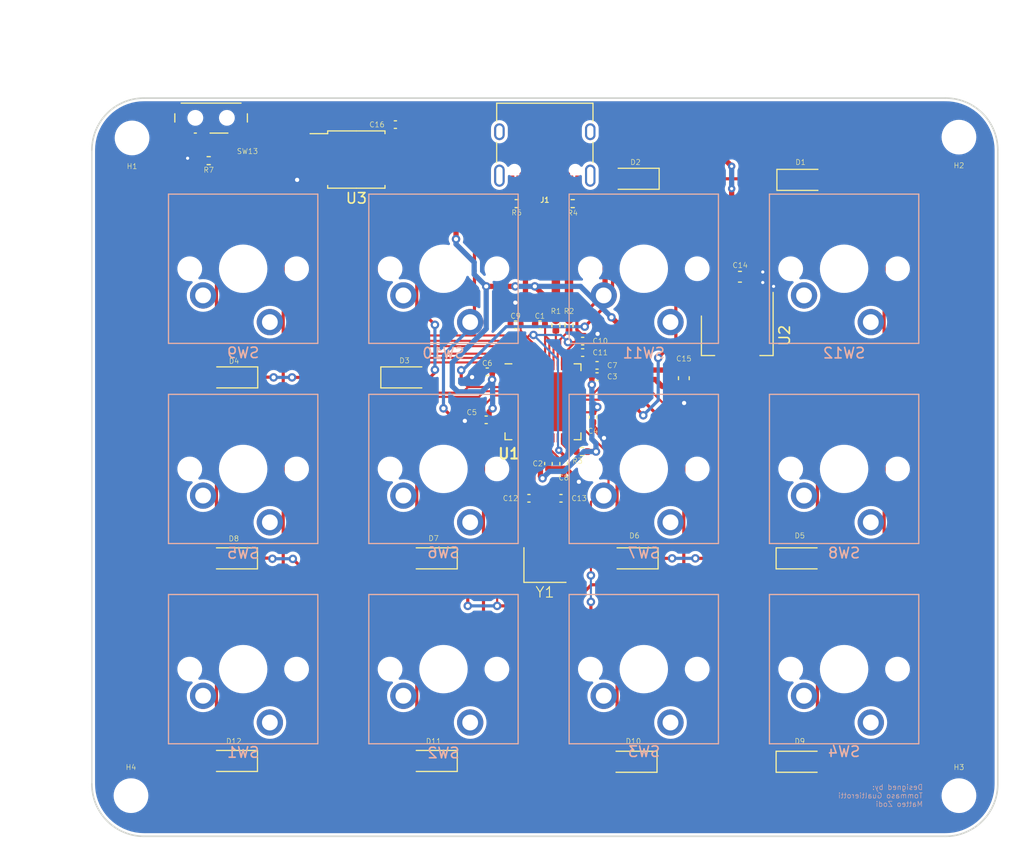
<source format=kicad_pcb>
(kicad_pcb (version 20211014) (generator pcbnew)
  (layers (0 "F.Cu" signal) (31 "B.Cu" power) (34 "B.Paste" user) (35 "F.Paste" user) (36 "B.SilkS" user "B.Silkscreen") (37 "F.SilkS" user "F.Silkscreen") (38 "B.Mask" user) (39 "F.Mask" user) (44 "Edge.Cuts" user))
  (net 0 "")
  (net 1 "+3V3")
  (net 2 "GND")
  (net 3 "+1V1")
  (net 4 "/XIN")
  (net 5 "/XOUT")
  (net 6 "VBUS")
  (net 7 "/ROW_0")
  (net 8 "Net-(D1-Pad2)")
  (net 9 "Net-(D2-Pad2)")
  (net 10 "Net-(D3-Pad2)")
  (net 11 "/ROW_1")
  (net 12 "Net-(D5-Pad2)")
  (net 13 "Net-(D6-Pad2)")
  (net 14 "/ROW_2")
  (net 15 "Net-(D7-Pad2)")
  (net 16 "Net-(D9-Pad2)")
  (net 17 "Net-(J1-PadA5)")
  (net 18 "/USB_D+")
  (net 19 "/USB_D-")
  (net 21 "Net-(J1-PadB5)")
  (net 24 "Net-(R1-Pad1)")
  (net 25 "Net-(R2-Pad1)")
  (net 26 "Net-(R3-Pad2)")
  (net 27 "/~{USB_BOOT}")
  (net 28 "/QSPI_SS")
  (net 29 "/COL_0")
  (net 30 "/COL_1")
  (net 31 "/COL_2")
  (net 55 "/QSPI_SD3")
  (net 56 "/QSPI_SCLK")
  (net 57 "/QSPI_SD0")
  (net 58 "/QSPI_SD2")
  (net 59 "/QSPI_SD1")
  (net 60 "Net-(D4-Pad2)")
  (net 61 "Net-(D8-Pad2)")
  (net 62 "Net-(D10-Pad2)")
  (net 63 "Net-(D11-Pad2)")
  (net 64 "Net-(D12-Pad2)")
  (net 65 "/COL_3")
  (footprint "Resistor_SMD:R_0402_1005Metric" (layer "F.Cu") (at 89.174 65.073 90)
    (fp_text reference "R1")
    (fp_text value "27.4")
  )
  (footprint "Diode_SMD:D_SOD-123" (layer "F.Cu") (at 96.7486 51.1302 180)
    (fp_text reference "D2")
    (fp_text value "D")
  )
  (footprint "Capacitor_SMD:C_0402_1005Metric" (layer "F.Cu") (at 86.614 81.534 180)
    (fp_text reference "C12")
    (fp_text value "10p")
  )
  (footprint "Button_Switch_SMD:SW_SPDT_PCM12" (layer "F.Cu") (at 56.388 45.6616 180)
    (fp_text reference "SW13")
    (fp_text value "SW_SPDT")
  )
  (footprint "Capacitor_SMD:C_0402_1005Metric" (layer "F.Cu") (at 87.658 65.024 180)
    (fp_text reference "C1")
    (fp_text value "100n")
  )
  (footprint "Capacitor_SMD:C_0402_1005Metric" (layer "F.Cu") (at 82.55 74.0664 180)
    (fp_text reference "C5")
    (fp_text value "100n")
  )
  (footprint "MountingHole:MountingHole_2.7mm_M2.5" (layer "F.Cu") (at 127.508 109.8296)
    (fp_text reference "H3")
    (fp_text value "MountingHole")
  )
  (footprint "Capacitor_SMD:C_0402_1005Metric" (layer "F.Cu") (at 89.916 78.232 90)
    (fp_text reference "C8")
    (fp_text value "100n")
  )
  (footprint "MountingHole:MountingHole_2.7mm_M2.5" (layer "F.Cu") (at 127.508 47.1678)
    (fp_text reference "H2")
    (fp_text value "MountingHole")
  )
  (footprint "Capacitor_SMD:C_0603_1608Metric" (layer "F.Cu") (at 106.68 60.452)
    (fp_text reference "C14")
    (fp_text value "10u")
  )
  (footprint "Package_TO_SOT_SMD:SOT-223-3_TabPin2" (layer "F.Cu") (at 106.426 66.04 -90)
    (fp_text reference "U2")
    (fp_text value "NCP1117-3.3_SOT223")
  )
  (footprint "Diode_SMD:D_SOD-123" (layer "F.Cu") (at 112.3696 87.249)
    (fp_text reference "D5")
    (fp_text value "D")
  )
  (footprint "Diode_SMD:D_SOD-123" (layer "F.Cu") (at 96.647 87.249 180)
    (fp_text reference "D6")
    (fp_text value "D")
  )
  (footprint "Diode_SMD:D_SOD-123" (layer "F.Cu") (at 58.547 87.249 180)
    (fp_text reference "D8")
    (fp_text value "D")
  )
  (footprint "Resistor_SMD:R_0402_1005Metric" (layer "F.Cu") (at 90.424 65.073 90)
    (fp_text reference "R2")
    (fp_text value "27.4")
  )
  (footprint "MountingHole:MountingHole_2.7mm_M2.5" (layer "F.Cu") (at 48.768 109.8296)
    (fp_text reference "H4")
    (fp_text value "MountingHole")
  )
  (footprint "Capacitor_SMD:C_0402_1005Metric" (layer "F.Cu") (at 91.722 66.576)
    (fp_text reference "C10")
    (fp_text value "1u")
  )
  (footprint "Diode_SMD:D_SOD-123" (layer "F.Cu") (at 112.4458 51.2318)
    (fp_text reference "D1")
    (fp_text value "D")
  )
  (footprint "Resistor_SMD:R_0402_1005Metric" (layer "F.Cu") (at 56.1594 49.403)
    (fp_text reference "R7")
    (fp_text value "1k")
  )
  (footprint "Resistor_SMD:R_0402_1005Metric" (layer "F.Cu") (at 90.7796 53.4924)
    (fp_text reference "R4")
    (fp_text value "5k1")
  )
  (footprint "Connector_USB:USB_C_Receptacle_XKB_U262-16XN-4BVC11" (layer "F.Cu") (at 88.1251 47.7266 180)
    (fp_text reference "J1")
    (fp_text value "USB_C_Receptacle_USB2.0")
  )
  (footprint "Capacitor_SMD:C_0402_1005Metric" (layer "F.Cu") (at 92.71 73.8124 -90)
    (fp_text reference "C4")
    (fp_text value "100n")
  )
  (footprint "Capacitor_SMD:C_0402_1005Metric" (layer "F.Cu") (at 73.914 45.974)
    (fp_text reference "C16")
    (fp_text value "100n")
  )
  (footprint "Capacitor_SMD:C_0402_1005Metric" (layer "F.Cu") (at 91.722 67.6682)
    (fp_text reference "C11")
    (fp_text value "1u")
  )
  (footprint "Capacitor_SMD:C_0402_1005Metric" (layer "F.Cu") (at 93.091 69.9516)
    (fp_text reference "C3")
    (fp_text value "100n")
  )
  (footprint "Diode_SMD:D_SOD-123" (layer "F.Cu") (at 96.5454 106.6038 180)
    (fp_text reference "D10")
    (fp_text value "D")
  )
  (footprint "Capacitor_SMD:C_0402_1005Metric" (layer "F.Cu") (at 88.4682 78.232 -90)
    (fp_text reference "C2")
    (fp_text value "100n")
  )
  (footprint "Resistor_SMD:R_0402_1005Metric" (layer "F.Cu") (at 85.45 53.4924 180)
    (fp_text reference "R5")
    (fp_text value "5k1")
  )
  (footprint "Diode_SMD:D_SOD-123" (layer "F.Cu") (at 58.547 106.5276 180)
    (fp_text reference "D12")
    (fp_text value "D")
  )
  (footprint "Package_SO:SOIC-8_5.23x5.23mm_P1.27mm" (layer "F.Cu") (at 70.2 49.3)
    (fp_text reference "U3")
    (fp_text value "W25Q128JVS")
  )
  (footprint "Capacitor_SMD:C_0402_1005Metric" (layer "F.Cu") (at 89.662 81.534)
    (fp_text reference "C13")
    (fp_text value "10p")
  )
  (footprint "Diode_SMD:D_SOD-123" (layer "F.Cu") (at 58.5724 70.0278 180)
    (fp_text reference "D4")
    (fp_text value "D")
  )
  (footprint "Capacitor_SMD:C_0603_1608Metric" (layer "F.Cu") (at 101.346 70.104 -90)
    (fp_text reference "C15")
    (fp_text value "10u")
  )
  (footprint "Package_DFN_QFN:QFN-56-1EP_7x7mm_P0.4mm_EP5.6x5.6mm" (layer "F.Cu") (at 87.95 72.348)
    (fp_text reference "U1")
    (fp_text value "RP2040")
  )
  (footprint "Capacitor_SMD:C_0402_1005Metric" (layer "F.Cu") (at 85.344 65.024 180)
    (fp_text reference "C9")
    (fp_text value "100n")
  )
  (footprint "Resistor_SMD:R_0402_1005Metric" (layer "F.Cu") (at 91.6666 77.089 180)
    (fp_text reference "R3")
    (fp_text value "10k")
  )
  (footprint "MountingHole:MountingHole_2.7mm_M2.5" (layer "F.Cu") (at 48.8696 47.244)
    (fp_text reference "H1")
    (fp_text value "MountingHole")
  )
  (footprint "Capacitor_SMD:C_0402_1005Metric" (layer "F.Cu") (at 93.091 68.8848)
    (fp_text reference "C7")
    (fp_text value "100n")
  )
  (footprint "Diode_SMD:D_SOD-123" (layer "F.Cu") (at 112.3696 106.6038)
    (fp_text reference "D9")
    (fp_text value "D")
  )
  (footprint "Diode_SMD:D_SOD-123" (layer "F.Cu") (at 77.5462 106.5276 180)
    (fp_text reference "D11")
    (fp_text value "D")
  )
  (footprint "Capacitor_SMD:C_0402_1005Metric" (layer "F.Cu") (at 82.6516 69.4944 180)
    (fp_text reference "C6")
    (fp_text value "100n")
  )
  (footprint "Diode_SMD:D_SOD-123" (layer "F.Cu") (at 74.7776 70.0278)
    (fp_text reference "D3")
    (fp_text value "D")
  )
  (footprint "Diode_SMD:D_SOD-123" (layer "F.Cu") (at 77.5462 87.249 180)
    (fp_text reference "D7")
    (fp_text value "D")
  )
  (footprint "Crystal:Crystal_SMD_3225-4Pin_3.2x2.5mm" (layer "F.Cu") (at 88.138 87.884)
    (fp_text reference "Y1")
    (fp_text value "12MHz")
  )
  (footprint "Switch_Keyboard_Cherry_MX:SW_Cherry_MX_PCB_1.00u" (layer "B.Cu") (at 97.536 78.74)
    (fp_text reference "SW7")
    (fp_text value "KEY_7_12")
  )
  (footprint "Switch_Keyboard_Cherry_MX:SW_Cherry_MX_PCB_1.00u" (layer "B.Cu") (at 59.436 78.74)
    (fp_text reference "SW5")
    (fp_text value "KEY_5_10")
  )
  (footprint "Switch_Keyboard_Cherry_MX:SW_Cherry_MX_PCB_1.00u" (layer "B.Cu") (at 78.486 97.79)
    (fp_text reference "SW2")
    (fp_text value "KEY_2_01")
  )
  (footprint "Switch_Keyboard_Cherry_MX:SW_Cherry_MX_PCB_1.00u" (layer "B.Cu") (at 78.486 78.74)
    (fp_text reference "SW6")
    (fp_text value "KEY_6_11")
  )
  (footprint "Switch_Keyboard_Cherry_MX:SW_Cherry_MX_PCB_1.00u" (layer "B.Cu") (at 78.486 59.69)
    (fp_text reference "SW10")
    (fp_text value "KEY_10_21")
  )
  (footprint "Switch_Keyboard_Cherry_MX:SW_Cherry_MX_PCB_1.00u" (layer "B.Cu") (at 116.586 78.74)
    (fp_text reference "SW8")
    (fp_text value "KEY_8_13")
  )
  (footprint "Switch_Keyboard_Cherry_MX:SW_Cherry_MX_PCB_1.00u" (layer "B.Cu") (at 59.436 97.79)
    (fp_text reference "SW1")
    (fp_text value "KEY_1_00")
  )
  (footprint "Switch_Keyboard_Cherry_MX:SW_Cherry_MX_PCB_1.00u" (layer "B.Cu") (at 97.536 59.69)
    (fp_text reference "SW11")
    (fp_text value "KEY_11_22")
  )
  (footprint "Switch_Keyboard_Cherry_MX:SW_Cherry_MX_PCB_1.00u" (layer "B.Cu") (at 59.436 59.69)
    (fp_text reference "SW9")
    (fp_text value "KEY_9_20")
  )
  (footprint "Switch_Keyboard_Cherry_MX:SW_Cherry_MX_PCB_1.00u" (layer "B.Cu") (at 116.586 59.69)
    (fp_text reference "SW12")
    (fp_text value "KEY_12_23")
  )
  (footprint "Switch_Keyboard_Cherry_MX:SW_Cherry_MX_PCB_1.00u" (layer "B.Cu") (at 116.586 97.79)
    (fp_text reference "SW4")
    (fp_text value "KEY_4_03")
  )
  (footprint "Switch_Keyboard_Cherry_MX:SW_Cherry_MX_PCB_1.00u" (layer "B.Cu") (at 97.536 97.79)
    (fp_text reference "SW3")
    (fp_text value "KEY_3_02")
  )
  (gr_line (start 50 43.45) (end 126.2 43.45) (layer "Edge.Cuts") (width 0.15))
  (gr_arc (start 126.2 43.45) (mid 129.732472 44.882098) (end 131.199997 48.4) (layer "Edge.Cuts") (width 0.15))
  (gr_arc (start 45.05 48.4) (mid 46.499821 44.899821) (end 50 43.45) (layer "Edge.Cuts") (width 0.15))
  (gr_line (start 131.199997 48.4) (end 131.2 108.75) (layer "Edge.Cuts") (width 0.15))
  (gr_arc (start 50 113.7) (mid 46.489465 112.225179) (end 45.049998 108.7) (layer "Edge.Cuts") (width 0.15))
  (gr_arc (start 131.2 108.75) (mid 129.725178 112.260533) (end 126.2 113.7) (layer "Edge.Cuts") (width 0.15))
  (gr_line (start 45.049998 108.7) (end 45.05 48.4) (layer "Edge.Cuts") (width 0.1))
  (gr_line (start 126.2 113.7) (end 50 113.7) (layer "Edge.Cuts") (width 0.15))
  (gr_text "Designed by:\nTommaso Gualtierotti\nMatteo Zodi" (at 124.1044 109.8296) (layer "B.SilkS") (effects (font (size 0.5 0.5) (thickness 0.05)) (justify left mirror)))
  (segment (start 92.611 68.8848) (end 92.611 68.5572) (width 0.2) (layer "F.Cu") (net 1))
  (segment (start 97.0658 69.329) (end 95.7834 68.0466) (width 0.5) (layer "F.Cu") (net 1))
  (segment (start 92.596378 69.966222) (end 92.611 69.9516) (width 0.5) (layer "F.Cu") (net 1))
  (segment (start 88.55 68.9105) (end 88.55 66.452) (width 0.2) (layer "F.Cu") (net 1))
  (segment (start 88.138 62.3316) (end 88.138 65.024) (width 0.5) (layer "F.Cu") (net 1))
  (segment (start 106.426 69.19) (end 101.485 69.19) (width 0.5) (layer "F.Cu") (net 1))
  (segment (start 91.3875 69.748) (end 92.4074 69.748) (width 0.2) (layer "F.Cu") (net 1))
  (segment (start 82.8294 73.8658) (end 83.03 74.0664) (width 0.5) (layer "F.Cu") (net 1))
  (segment (start 92.6944 73.348) (end 92.71 73.3324) (width 0.2) (layer "F.Cu") (net 1))
  (segment (start 79.6798 50.1396) (end 79.6798 56.8706) (width 0.5) (layer "F.Cu") (net 1))
  (segment (start 92.4306 68.3768) (end 91.4908 68.3768) (width 0.2) (layer "F.Cu") (net 1))
  (segment (start 58.838 47.2916) (end 60.788 47.2916) (width 0.5) (layer "F.Cu") (net 1))
  (segment (start 88.15 65.036) (end 88.138 65.024) (width 0.2) (layer "F.Cu") (net 1))
  (segment (start 92.611 68.6536) (end 93.218 68.0466) (width 0.2) (layer "F.Cu") (net 1))
  (segment (start 87.1728 61.3664) (end 88.138 62.3316) (width 0.5) (layer "F.Cu") (net 1))
  (segment (start 87.7082 79.4278) (end 87.9094 79.629) (width 0.5) (layer "F.Cu") (net 1))
  (segment (start 90.15 68.9105) (end 90.15 68.1174) (width 0.2) (layer "F.Cu") (net 1))
  (segment (start 88.15 66.052) (end 88.15 65.036) (width 0.2) (layer "F.Cu") (net 1))
  (segment (start 58.638 47.0916) (end 58.838 47.2916) (width 0.5) (layer "F.Cu") (net 1))
  (segment (start 88.4682 77.2922) (end 88.15 76.974) (width 0.2) (layer "F.Cu") (net 1))
  (segment (start 73.434 45.974) (end 73.434 47.029) (width 0.5) (layer "F.Cu") (net 1))
  (segment (start 84.2589 69.4944) (end 83.1316 69.4944) (width 0.2) (layer "F.Cu") (net 1))
  (segment (start 90.55 68.9105) (end 92.5853 68.9105) (width 0.2) (layer "F.Cu") (net 1))
  (segment (start 83.1596 72.9742) (end 82.8294 73.3044) (width 0.5) (layer "F.Cu") (net 1))
  (segment (start 83.1316 69.4944) (end 83.1316 70.2257) (width 0.5) (layer "F.Cu") (net 1))
  (segment (start 60.788 47.2916) (end 60.988 47.0916) (width 0.5) (layer "F.Cu") (net 1))
  (segment (start 88.283814 77.752) (end 87.7082 78.327614) (width 0.5) (layer "F.Cu") (net 1))
  (segment (start 82.55 61.3664) (end 85.3186 61.3664) (width 0.5) (layer "F.Cu") (net 1))
  (segment (start 92.611 68.8848) (end 92.611 69.9516) (width 0.2) (layer "F.Cu") (net 1))
  (segment (start 92.4074 69.748) (end 92.611 69.9516) (width 0.2) (layer "F.Cu") (net 1))
  (segment (start 88.15 76.974) (end 88.15 75.7855) (width 0.2) (layer "F.Cu") (net 1))
  (segment (start 60.988 47.0916) (end 63.9064 47.0916) (width 0.5) (layer "F.Cu") (net 1))
  (segment (start 83.2612 74.0664) (end 83.03 74.0664) (width 0.2) (layer "F.Cu") (net 1))
  (segment (start 101.346 69.329) (end 97.0658 69.329) (width 0.5) (layer "F.Cu") (net 1))
  (segment (start 90.5992 67.6682) (end 91.242 67.6682) (width 0.2) (layer "F.Cu") (net 1))
  (segment (start 79.2226 49.6824) (end 79.6798 50.1396) (width 0.5) (layer "F.Cu") (net 1))
  (segment (start 88.4682 77.752) (end 88.4682 77.2922) (width 0.2) (layer "F.Cu") (net 1))
  (segment (start 88.55 66.452) (end 88.15 66.052) (width 0.2) (layer "F.Cu") (net 1))
  (segment (start 94.4626 64.3128) (end 95.7834 65.6336) (width 0.5) (layer "F.Cu") (net 1))
  (segment (start 92.596378 70.726978) (end 92.596378 69.966222) (width 0.5) (layer "F.Cu") (net 1))
  (segment (start 92.5853 68.9105) (end 92.611 68.8848) (width 0.2) (layer "F.Cu") (net 1))
  (segment (start 87.7082 78.327614) (end 87.7082 79.4278) (width 0.5) (layer "F.Cu") (net 1))
  (segment (start 93.1164 72.8475) (end 93.1164 72.926) (width 0.5) (layer "F.Cu") (net 1))
  (segment (start 63.9064 47.0916) (end 65.024 45.974) (width 0.5) (layer "F.Cu") (net 1))
  (segment (start 91.4908 68.3768) (end 91.242 68.128) (width 0.2) (layer "F.Cu") (net 1))
  (segment (start 73.8 47.395) (end 76.9352 47.395) (width 0.5) (layer "F.Cu") (net 1))
  (segment (start 88.4682 77.752) (end 88.283814 77.752) (width 0.5) (layer "F.Cu") (net 1))
  (segment (start 95.7834 68.0466) (end 93.218 68.0466) (width 0.5) (layer "F.Cu") (net 1))
  (segment (start 76.9352 47.395) (end 79.2226 49.6824) (width 0.5) (layer "F.Cu") (net 1))
  (segment (start 91.242 68.128) (end 91.242 67.6682) (width 0.2) (layer "F.Cu") (net 1))
  (segment (start 73.434 47.029) (end 73.8 47.395) (width 0.5) (layer "F.Cu") (net 1))
  (segment (start 83.1316 70.2257) (end 83.1088 70.2485) (width 0.5) (layer "F.Cu") (net 1))
  (segment (start 90.15 68.1174) (end 90.5992 67.6682) (width 0.2) (layer "F.Cu") (net 1))
  (segment (start 88.15 68.9105) (end 88.15 66.052) (width 0.2) (layer "F.Cu") (net 1))
  (segment (start 106.426 62.89) (end 106.426 69.19) (width 0.5) (layer "F.Cu") (net 1))
  (segment (start 82.8294 73.3044) (end 82.8294 73.8658) (width 0.5) (layer "F.Cu") (net 1))
  (segment (start 101.485 69.19) (end 101.346 69.329) (width 0.5) (layer "F.Cu") (net 1))
  (segment (start 83.03 73.1038) (end 83.1596 72.9742) (width 0.2) (layer "F.Cu") (net 1))
  (segment (start 83.9796 73.348) (end 83.2612 74.0664) (width 0.2) (layer "F.Cu") (net 1))
  (segment (start 92.611 68.8848) (end 92.611 68.6536) (width 0.2) (layer "F.Cu") (net 1))
  (segment (start 95.7834 65.6336) (end 95.7834 68.0466) (width 0.5) (layer "F.Cu") (net 1))
  (segment (start 92.990756 77.089) (end 92.1766 77.089) (width 0.5) (layer "F.Cu") (net 1))
  (segment (start 91.3875 73.348) (end 92.6944 73.348) (width 0.2) (layer "F.Cu") (net 1))
  (segment (start 65.024 45.974) (end 73.434 45.974) (width 0.5) (layer "F.Cu") (net 1))
  (segment (start 84.5125 73.348) (end 83.9796 73.348) (width 0.2) (layer "F.Cu") (net 1))
  (segment (start 84.5125 69.748) (end 84.2589 69.4944) (width 0.2) (layer "F.Cu") (net 1))
  (segment (start 93.1164 72.926) (end 92.71 73.3324) (width 0.5) (layer "F.Cu") (net 1))
  (segment (start 92.611 68.5572) (end 92.4306 68.3768) (width 0.2) (layer "F.Cu") (net 1))
  (via (at 85.3186 61.3664) (size 0.8) (drill 0.4) (layers "F.Cu" "B.Cu") (net 1))
  (via (at 82.55 61.3664) (size 0.8) (drill 0.4) (layers "F.Cu" "B.Cu") (net 1))
  (via (at 83.1596 72.9742) (size 0.8) (drill 0.4) (layers "F.Cu" "B.Cu") (net 1))
  (via (at 92.990756 77.089) (size 0.8) (drill 0.4) (layers "F.Cu" "B.Cu") (net 1))
  (via (at 83.1088 70.2485) (size 0.8) (drill 0.4) (layers "F.Cu" "B.Cu") (net 1))
  (via (at 79.6798 56.8706) (size 0.8) (drill 0.4) (layers "F.Cu" "B.Cu") (net 1))
  (via (at 93.1164 72.8475) (size 0.8) (drill 0.4) (layers "F.Cu" "B.Cu") (net 1))
  (via (at 87.1728 61.3664) (size 0.8) (drill 0.4) (layers "F.Cu" "B.Cu") (net 1))
  (via (at 94.4626 64.3128) (size 0.8) (drill 0.4) (layers "F.Cu" "B.Cu") (net 1))
  (via (at 87.9094 79.629) (size 0.8) (drill 0.4) (layers "F.Cu" "B.Cu") (net 1))
  (via (at 92.596378 70.726978) (size 0.8) (drill 0.4) (layers "F.Cu" "B.Cu") (net 1))
  (segment (start 81.407 60.2234) (end 82.55 61.3664) (width 0.5) (layer "B.Cu") (net 1))
  (segment (start 83.1596 72.9742) (end 83.1596 70.2993) (width 0.5) (layer "B.Cu") (net 1))
  (segment (start 81.407 59.8932) (end 81.407 60.2234) (width 0.5) (layer "B.Cu") (net 1))
  (segment (start 83.1088 70.4342) (end 83.1088 70.2485) (width 0.5) (layer "B.Cu") (net 1))
  (segment (start 91.5162 61.3664) (end 94.4626 64.3128) (width 0.5) (layer "B.Cu") (net 1))
  (segment (start 92.990756 77.089) (end 91.8464 77.089) (width 0.5) (layer "B.Cu") (net 1))
  (segment (start 92.5966 75.9088) (end 92.5966 72.5288) (width 0.5) (layer "B.Cu") (net 1))
  (segment (start 81.407 59.075464) (end 81.407 59.8932) (width 0.5) (layer "B.Cu") (net 1))
  (segment (start 93.1164 72.8475) (end 92.7977 72.5288) (width 0.5) (layer "B.Cu") (net 1))
  (segment (start 79.3242 70.866) (end 79.8576 71.3994) (width 0.5) (layer "B.Cu") (net 1))
  (segment (start 87.1728 61.3664) (end 91.5162 61.3664) (width 0.5) (layer "B.Cu") (net 1))
  (segment (start 92.7977 72.5288) (end 92.5966 72.5288) (width 0.5) (layer "B.Cu") (net 1))
  (segment (start 92.5966 70.7272) (end 92.596378 70.726978) (width 0.5) (layer "B.Cu") (net 1))
  (segment (start 79.6798 56.8706) (end 79.6798 57.348264) (width 0.5) (layer "B.Cu") (net 1))
  (segment (start 92.990756 76.302956) (end 92.5966 75.9088) (width 0.5) (layer "B.Cu") (net 1))
  (segment (start 79.3242 68.6308) (end 79.3242 70.866) (width 0.5) (layer "B.Cu") (net 1))
  (segment (start 82.55 61.3664) (end 82.55 65.405) (width 0.5) (layer "B.Cu") (net 1))
  (segment (start 89.9668 78.9686) (end 88.5698 78.9686) (width 0.5) (layer "B.Cu") (net 1))
  (segment (start 92.990756 77.089) (end 92.990756 76.302956) (width 0.5) (layer "B.Cu") (net 1))
  (segment (start 88.5698 78.9686) (end 87.9094 79.629) (width 0.5) (layer "B.Cu") (net 1))
  (segment (start 79.6798 57.348264) (end 81.407 59.075464) (width 0.5) (layer "B.Cu") (net 1))
  (segment (start 83.1596 70.2993) (end 83.1088 70.2485) (width 0.2) (layer "B.Cu") (net 1))
  (segment (start 79.8576 71.3994) (end 82.1436 71.3994) (width 0.5) (layer "B.Cu") (net 1))
  (segment (start 82.1436 71.3994) (end 83.1088 70.4342) (width 0.5) (layer "B.Cu") (net 1))
  (segment (start 85.3186 61.3664) (end 87.1728 61.3664) (width 0.5) (layer "B.Cu") (net 1))
  (segment (start 92.5966 72.5288) (end 92.5966 70.7272) (width 0.5) (layer "B.Cu") (net 1))
  (segment (start 82.55 65.405) (end 79.3242 68.6308) (width 0.5) (layer "B.Cu") (net 1))
  (segment (start 91.8464 77.089) (end 89.9668 78.9686) (width 0.5) (layer "B.Cu") (net 1))
  (segment (start 92.202 67.6682) (end 92.202 66.576) (width 0.5) (layer "F.Cu") (net 2))
  (segment (start 81.7626 53.4924) (end 84.94 53.4924) (width 0.5) (layer "F.Cu") (net 2))
  (segment (start 84.7751 51.3966) (end 85.0751 51.3966) (width 0.3) (layer "F.Cu") (net 2))
  (segment (start 90.4884 88.734) (end 91.44 87.7824) (width 0.5) (layer "F.Cu") (net 2))
  (segment (start 91.44 87.7824) (end 91.44 82.7278) (width 0.5) (layer "F.Cu") (net 2))
  (segment (start 85.3186 63.881) (end 86.2838 63.881) (width 0.5) (layer "F.Cu") (net 2))
  (segment (start 86.95 75.7855) (end 86.95 73.348) (width 0.2) (layer "F.Cu") (net 2))
  (segment (start 74.394 45.974) (end 77.8764 45.974) (width 0.5) (layer "F.Cu") (net 2))
  (segment (start 101.346 70.879) (end 101.346 72.4408) (width 0.5) (layer "F.Cu") (net 2))
  (segment (start 92.202 66.576) (end 92.4534 66.576) (width 0.5) (layer "F.Cu") (net 2))
  (segment (start 86.2838 57.8866) (end 86.2838 63.881) (width 0.5) (layer "F.Cu") (net 2))
  (segment (start 87.249 64.3128) (end 87.249 64.953) (width 0.5) (layer "F.Cu") (net 2))
  (segment (start 81.7118 69.4944) (end 81.2038 70.0024) (width 0.5) (layer "F.Cu") (net 2))
  (segment (start 81.026 49.1236) (end 81.026 52.7558) (width 0.5) (layer "F.Cu") (net 2))
  (segment (start 89.238 88.734) (end 90.4884 88.734) (width 0.5) (layer "F.Cu") (net 2))
  (segment (start 110.134 62.89) (end 108.726 62.89) (width 0.5) (layer "F.Cu") (net 2))
  (segment (start 86.2838 63.881) (end 86.8172 63.881) (width 0.5) (layer "F.Cu") (net 2))
  (segment (start 91.2896 54.866) (end 93.853 57.4294) (width 0.5) (layer "F.Cu") (net 2))
  (segment (start 85.1408 87.8586) (end 85.1408 89.9414) (width 0.5) (layer "F.Cu") (net 2))
  (segment (start 92.4534 66.576) (end 93.1418 65.8876) (width 0.5) (layer "F.Cu") (net 2))
  (segment (start 90.142 80.363) (end 90.142 81.534) (width 0.5) (layer "F.Cu") (net 2))
  (segment (start 84.94 53.4924) (end 84.9 53.4524) (width 0.5) (layer "F.Cu") (net 2))
  (segment (start 93.8504 70.231) (end 93.571 69.9516) (width 0.5) (layer "F.Cu") (net 2))
  (segment (start 84.864 65.024) (end 84.864 64.3356) (width 0.5) (layer "F.Cu") (net 2))
  (segment (start 89.916 80.137) (end 90.142 80.363) (width 0.5) (layer "F.Cu") (net 2))
  (segment (start 99.2762 70.879) (end 98.6282 70.231) (width 0.5) (layer "F.Cu") (net 2))
  (segment (start 86.106 81.506) (end 86.134 81.534) (width 0.2) (layer "F.Cu") (net 2))
  (segment (start 66.6 51.205) (end 64.5936 51.205) (width 0.5) (layer "F.Cu") (net 2))
  (segment (start 85.9654 87.034) (end 85.1408 87.8586) (width 0.5) (layer "F.Cu") (net 2))
  (segment (start 54.138 49.1596) (end 54.138 47.0916) (width 0.5) (layer "F.Cu") (net 2))
  (segment (start 101.346 70.879) (end 102.095 71.628) (width 0.5) (layer "F.Cu") (net 2))
  (segment (start 84.9 53.4524) (end 84.9 51.3966) (width 0.5) (layer "F.Cu") (net 2))
  (segment (start 93.853 61.976) (end 91.1726 64.6564) (width 0.3) (layer "F.Cu") (net 2))
  (segment (start 93.853 57.4294) (end 93.853 61.976) (width 0.5) (layer "F.Cu") (net 2))
  (segment (start 81.026 52.7558) (end 81.7626 53.4924) (width 0.5) (layer "F.Cu") (net 2))
  (segment (start 91.2896 53.4924) (end 91.2751 53.4779) (width 0.5) (layer "F.Cu") (net 2))
  (segment (start 86.8172 63.881) (end 87.249 64.3128) (width 0.5) (layer "F.Cu") (net 2))
  (segment (start 91.4751 51.3966) (end 91.1751 51.3966) (width 0.3) (layer "F.Cu") (net 2))
  (segment (start 54.1528 49.1744) (end 54.138 49.1596) (width 0.5) (layer "F.Cu") (net 2))
  (segment (start 82.07 74.0664) (end 80.6196 74.0664) (width 0.5) (layer "F.Cu") (net 2))
  (segment (start 93.571 68.8848) (end 93.571 69.9516) (width 0.5) (layer "F.Cu") (net 2))
  (segment (start 86.2838 63.881) (end 85.3186 62.9158) (width 0.5) (layer "F.Cu") (net 2))
  (segment (start 86.95 75.7855) (end 86.95 76.372) (width 0.2) (layer "F.Cu") (net 2))
  (segment (start 87.038 87.034) (end 85.9654 87.034) (width 0.5) (layer "F.Cu") (net 2))
  (segment (start 86.95 73.348) (end 87.95 72.348) (width 0.2) (layer "F.Cu") (net 2))
  (segment (start 92.202 66.2058) (end 92.202 66.576) (width 0.3) (layer "F.Cu") (net 2))
  (segment (start 101.346 70.879) (end 99.2762 70.879) (width 0.5) (layer "F.Cu") (net 2))
  (segment (start 91.1726 65.512461) (end 91.611939 65.9518) (width 0.3) (layer "F.Cu") (net 2))
  (segment (start 86.134 81.534) (end 86.134 86.13) (width 0.5) (layer "F.Cu") (net 2))
  (segment (start 91.1726 64.6564) (end 91.1726 65.512461) (width 0.3) (layer "F.Cu") (net 2))
  (segment (start 77.8764 45.974) (end 81.026 49.1236) (width 0.5) (layer "F.Cu") (net 2))
  (segment (start 84.94 56.5428) (end 86.2838 57.8866) (width 0.5) (layer "F.Cu") (net 2))
  (segment (start 80.6196 74.0664) (end 80.518 74.168) (width 0.5) (layer "F.Cu") (net 2))
  (segment (start 89.916 78.712) (end 90.1166 78.712) (width 0.5) (layer "F.Cu") (net 2))
  (segment (start 84.864 64.3356) (end 85.3186 63.881) (width 0.5) (layer "F.Cu") (net 2))
  (segment (start 91.611939 65.9518) (end 91.948 65.9518) (width 0.3) (layer "F.Cu") (net 2))
  (segment (start 89.916 78.712) (end 89.916 80.137) (width 0.5) (layer "F.Cu") (net 2))
  (segment (start 91.948 65.9518) (end 92.202 66.2058) (width 0.3) (layer "F.Cu") (net 2))
  (segment (start 109.982 71.628) (end 111.506 70.104) (width 0.5) (layer "F.Cu") (net 2))
  (segment (start 101.346 72.4408) (end 101.3714 72.4662) (width 0.5) (layer "F.Cu") (net 2))
  (segment (start 111.506 70.104) (end 111.506 64.262) (width 0.5) (layer "F.Cu") (net 2))
  (segment (start 89.238 89.6796) (end 89.238 88.734) (width 0.5) (layer "F.Cu") (net 2))
  (segment (start 82.1716 69.4944) (end 81.7118 69.4944) (width 0.5) (layer "F.Cu") (net 2))
  (segment (start 92.71 74.2924) (end 92.71 74.7522) (width 0.5) (layer "F.Cu") (net 2))
  (segment (start 88.1634 90.7542) (end 89.238 89.6796) (width 0.5) (layer "F.Cu") (net 2))
  (segment (start 88.646 78.712) (end 89.916 78.712) (width 0.5) (layer "F.Cu") (net 2))
  (segment (start 92.71 74.7522) (end 93.7514 75.7936) (width 0.5) (layer "F.Cu") (net 2))
  (segment (start 90.2462 81.534) (end 90.142 81.534) (width 0.5) (layer "F.Cu") (net 2))
  (segment (start 86.106 81.506) (end 86.106 77.216) (width 0.5) (layer "F.Cu") (net 2))
  (segment (start 64.5936 51.205) (end 64.5668 51.2318) (width 0.5) (layer "F.Cu") (net 2))
  (segment (start 91.2751 53.4779) (end 91.2751 51.3966) (width 0.5) (layer "F.Cu") (net 2))
  (segment (start 91.2896 53.4924) (end 91.2896 54.866) (width 0.5) (layer "F.Cu") (net 2))
  (segment (start 87.249 64.953) (end 87.178 65.024) (width 0.5) (layer "F.Cu") (net 2))
  (segment (start 90.1166 78.712) (end 91.3638 79.9592) (width 0.5) (layer "F.Cu") (net 2))
  (segment (start 98.6282 70.231) (end 93.8504 70.231) (width 0.5) (layer "F.Cu") (net 2))
  (segment (start 86.95 76.372) (end 86.106 77.216) (width 0.2) (layer "F.Cu") (net 2))
  (segment (start 85.9536 90.7542) (end 88.1634 90.7542) (width 0.5) (layer "F.Cu") (net 2))
  (segment (start 102.095 71.628) (end 109.982 71.628) (width 0.5) (layer "F.Cu") (net 2))
  (segment (start 91.44 82.7278) (end 90.2462 81.534) (width 0.5) (layer "F.Cu") (net 2))
  (segment (start 111.506 64.262) (end 110.134 62.89) (width 0.5) (layer "F.Cu") (net 2))
  (segment (start 86.134 86.13) (end 87.038 87.034) (width 0.5) (layer "F.Cu") (net 2))
  (segment (start 84.94 53.4924) (end 84.94 56.5428) (width 0.5) (layer "F.Cu") (net 2))
  (segment (start 85.1408 89.9414) (end 85.9536 90.7542) (width 0.5) (layer "F.Cu") (net 2))
  (via (at 93.7514 75.7936) (size 0.8) (drill 0.4) (layers "F.Cu" "B.Cu") (net 2))
  (via (at 81.2038 70.0024) (size 0.8) (drill 0.4) (layers "F.Cu" "B.Cu") (net 2))
  (via (at 101.3714 72.4662) (size 0.8) (drill 0.4) (layers "F.Cu" "B.Cu") (net 2))
  (via (at 54.1528 49.1744) (size 0.7) (drill 0.3) (layers "F.Cu" "B.Cu") (net 2))
  (via (at 64.5668 51.2318) (size 0.8) (drill 0.4) (layers "F.Cu" "B.Cu") (net 2))
  (via (at 108.85 61) (size 0.7) (drill 0.3) (layers "F.Cu" "B.Cu") (net 2))
  (via (at 91.3638 79.9592) (size 0.8) (drill 0.4) (layers "F.Cu" "B.Cu") (net 2))
  (via (at 108.85 60) (size 0.7) (drill 0.3) (layers "F.Cu" "B.Cu") (net 2))
  (via (at 80.518 74.168) (size 0.8) (drill 0.4) (layers "F.Cu" "B.Cu") (net 2))
  (via (at 109.8804 61.3664) (size 0.7) (drill 0.3) (layers "F.Cu" "B.Cu") (net 2))
  (via (at 85.3186 62.9158) (size 0.8) (drill 0.4) (layers "F.Cu" "B.Cu") (net 2))
  (via (at 93.1418 65.8876) (size 0.8) (drill 0.4) (layers "F.Cu" "B.Cu") (net 2))
  (segment (start 87.75 68.9105) (end 87.75 67.510942) (width 0.2) (layer "F.Cu") (net 3))
  (segment (start 90.324678 66.671566) (end 91.146434 66.671566) (width 0.2) (layer "F.Cu") (net 3))
  (segment (start 91.125714 66.576) (end 91.242 66.576) (width 0.2) (layer "F.Cu") (net 3))
  (segment (start 89.5122 77.752) (end 89.916 77.752) (width 0.2) (layer "F.Cu") (net 3))
  (segment (start 86.6902 65.9892) (end 87.0458 65.9892) (width 0.2) (layer "F.Cu") (net 3))
  (segment (start 88.55 76.7898) (end 89.5122 77.752) (width 0.2) (layer "F.Cu") (net 3))
  (segment (start 91.146434 66.671566) (end 91.242 66.576) (width 0.2) (layer "F.Cu") (net 3))
  (segment (start 86.459229 66.220171) (end 86.6902 65.9892) (width 0.2) (layer "F.Cu") (net 3))
  (segment (start 89.75 67.951714) (end 91.125714 66.576) (width 0.2) (layer "F.Cu") (net 3))
  (segment (start 88.55 75.7855) (end 88.55 76.7898) (width 0.2) (layer "F.Cu") (net 3))
  (segment (start 86.459229 66.220171) (end 85.879058 65.64) (width 0.2) (layer "F.Cu") (net 3))
  (segment (start 87.75 67.510942) (end 86.459229 66.220171) (width 0.2) (layer "F.Cu") (net 3))
  (segment (start 85.879058 65.64) (end 85.824 65.64) (width 0.2) (layer "F.Cu") (net 3))
  (segment (start 85.824 65.64) (end 85.824 65.024) (width 0.2) (layer "F.Cu") (net 3))
  (segment (start 89.456625 76.963957) (end 89.916 77.423332) (width 0.3) (layer "F.Cu") (net 3))
  (segment (start 89.916 77.423332) (end 89.916 77.752) (width 0.3) (layer "F.Cu") (net 3))
  (segment (start 89.75 68.9105) (end 89.75 67.951714) (width 0.2) (layer "F.Cu") (net 3))
  (via (at 87.0458 65.9892) (size 0.8) (drill 0.4) (layers "F.Cu" "B.Cu") (net 3))
  (via (at 90.324678 66.671566) (size 0.8) (drill 0.4) (layers "F.Cu" "B.Cu") (net 3))
  (via (at 89.456625 76.963957) (size 0.7) (drill 0.3) (layers "F.Cu" "B.Cu") (net 3))
  (segment (start 89.456625 76.963957) (end 89.379491 76.886823) (width 0.2) (layer "B.Cu") (net 3))
  (segment (start 89.379491 68.322891) (end 87.0458 65.9892) (width 0.2) (layer "B.Cu") (net 3))
  (segment (start 89.379491 76.886823) (end 89.379491 68.322891) (width 0.2) (layer "B.Cu") (net 3))
  (segment (start 87.0458 65.9892) (end 89.642312 65.9892) (width 0.2) (layer "B.Cu") (net 3))
  (segment (start 89.642312 65.9892) (end 90.324678 66.671566) (width 0.2) (layer "B.Cu") (net 3))
  (segment (start 86.6648 77.343) (end 87.35 76.6578) (width 0.2) (layer "F.Cu") (net 4))
  (segment (start 87.288 88.734) (end 87.038 88.734) (width 0.3) (layer "F.Cu") (net 4))
  (segment (start 87.094 81.534) (end 87.094 84.554) (width 0.3) (layer "F.Cu") (net 4))
  (segment (start 86.6648 80.4164) (end 86.6648 77.343) (width 0.2) (layer "F.Cu") (net 4))
  (segment (start 88.138 85.598) (end 88.138 87.884) (width 0.3) (layer "F.Cu") (net 4))
  (segment (start 87.094 84.554) (end 88.138 85.598) (width 0.3) (layer "F.Cu") (net 4))
  (segment (start 87.35 76.6578) (end 87.35 75.7855) (width 0.2) (layer "F.Cu") (net 4))
  (segment (start 87.0966 81.5314) (end 87.0966 80.8482) (width 0.2) (layer "F.Cu") (net 4))
  (segment (start 87.0966 80.8482) (end 86.6648 80.4164) (width 0.2) (layer "F.Cu") (net 4))
  (segment (start 88.138 87.884) (end 87.288 88.734) (width 0.3) (layer "F.Cu") (net 4))
  (segment (start 87.1474 80.01) (end 88.6714 81.534) (width 0.2) (layer "F.Cu") (net 5))
  (segment (start 89.182 81.534) (end 89.238 81.59) (width 0.3) (layer "F.Cu") (net 5))
  (segment (start 88.6714 81.534) (end 89.182 81.534) (width 0.2) (layer "F.Cu") (net 5))
  (segment (start 87.1474 77.5462) (end 87.1474 80.01) (width 0.2) (layer "F.Cu") (net 5))
  (segment (start 89.238 81.59) (end 89.238 87.034) (width 0.3) (layer "F.Cu") (net 5))
  (segment (start 87.75 75.7855) (end 87.75 76.9436) (width 0.2) (layer "F.Cu") (net 5))
  (segment (start 87.75 76.9436) (end 87.1474 77.5462) (width 0.2) (layer "F.Cu") (net 5))
  (segment (start 105.8926 60.4396) (end 105.905 60.452) (width 0.5) (layer "F.Cu") (net 6))
  (segment (start 90.3751 51.3966) (end 90.6751 51.3966) (width 0.3) (layer "F.Cu") (net 6))
  (segment (start 87.975 48.5902) (end 88.1152 48.5902) (width 0.5) (layer "F.Cu") (net 6))
  (segment (start 88.1152 48.5902) (end 104.5464 48.5902) (width 0.5) (layer "F.Cu") (net 6))
  (segment (start 90.3751 51.3966) (end 90.3751 50.6751) (width 0.3) (layer "F.Cu") (net 6))
  (segment (start 90.3751 50.6751) (end 88.2902 48.5902) (width 0.3) (layer "F.Cu") (net 6))
  (segment (start 88.2902 48.5902) (end 88.1152 48.5902) (width 0.3) (layer "F.Cu") (net 6))
  (segment (start 85.8751 51.3966) (end 85.5751 51.3966) (width 0.3) (layer "F.Cu") (net 6))
  (segment (start 105.8926 52.07) (end 105.8926 60.4396) (width 0.5) (layer "F.Cu") (net 6))
  (segment (start 104.5464 48.5902) (end 105.8926 49.9364) (width 0.5) (layer "F.Cu") (net 6))
  (segment (start 85.8751 50.6749) (end 87.9598 48.5902) (width 0.3) (layer "F.Cu") (net 6))
  (segment (start 85.8751 51.3966) (end 85.8751 50.6749) (width 0.3) (layer "F.Cu") (net 6))
  (via (at 105.8926 52.07) (size 0.7) (drill 0.3) (layers "F.Cu" "B.Cu") (net 6))
  (via (at 105.8926 49.9364) (size 0.7) (drill 0.3) (layers "F.Cu" "B.Cu") (net 6))
  (segment (start 105.8926 49.9364) (end 105.8926 52.07) (width 0.5) (layer "B.Cu") (net 6))
  (segment (start 80.8482 70.9168) (end 80.283 71.482) (width 0.2) (layer "F.Cu") (net 7))
  (segment (start 98.3986 54.611) (end 96.2152 56.7944) (width 0.3) (layer "F.Cu") (net 7))
  (segment (start 98.3986 51.1302) (end 98.3986 54.611) (width 0.3) (layer "F.Cu") (net 7))
  (segment (start 80.283 71.482) (end 74.5818 71.482) (width 0.2) (layer "F.Cu") (net 7))
  (segment (start 62.3316 70.0278) (end 62.3062 70.0024) (width 0.3) (layer "F.Cu") (net 7))
  (segment (start 80.1737 70.2423) (end 80.8482 70.9168) (width 0.3) (layer "F.Cu") (net 7))
  (segment (start 74.5818 71.482) (end 73.1276 70.0278) (width 0.2) (layer "F.Cu") (net 7))
  (segment (start 94.5642 62.5602) (end 91.9226 65.2018) (width 0.3) (layer "F.Cu") (net 7))
  (segment (start 80.8794 70.948) (end 84.5125 70.948) (width 0.2) (layer "F.Cu") (net 7))
  (segment (start 80.1737 69.346129) (end 80.1737 70.2423) (width 0.3) (layer "F.Cu") (net 7))
  (segment (start 110.6942 51.1302) (end 110.7958 51.2318) (width 0.3) (layer "F.Cu") (net 7))
  (segment (start 62.3062 70.0024) (end 60.2478 70.0024) (width 0.3) (layer "F.Cu") (net 7))
  (segment (start 64.0842 70.0278) (end 73.1276 70.0278) (width 0.3) (layer "F.Cu") (net 7))
  (segment (start 94.5642 61.341) (end 94.5642 62.5602) (width 0.3) (layer "F.Cu") (net 7))
  (segment (start 98.3986 51.1302) (end 110.6942 51.1302) (width 0.3) (layer "F.Cu") (net 7))
  (segment (start 96.2152 56.7944) (end 94.5642 58.4454) (width 0.3) (layer "F.Cu") (net 7))
  (segment (start 60.2478 70.0024) (end 60.2224 70.0278) (width 0.3) (layer "F.Cu") (net 7))
  (segment (start 80.8482 70.9168) (end 80.8794 70.948) (width 0.2) (layer "F.Cu") (net 7))
  (segment (start 94.5642 58.4454) (end 94.5642 61.341) (width 0.3) (layer "F.Cu") (net 7))
  (via (at 80.1737 69.346129) (size 0.8) (drill 0.4) (layers "F.Cu" "B.Cu") (net 7))
  (via (at 62.3316 70.0278) (size 0.8) (drill 0.4) (layers "F.Cu" "B.Cu") (net 7))
  (via (at 91.9226 65.2018) (size 0.8) (drill 0.4) (layers "F.Cu" "B.Cu") (net 7))
  (via (at 64.0842 70.0278) (size 0.8) (drill 0.4) (layers "F.Cu" "B.Cu") (net 7))
  (segment (start 84.455 65.2018) (end 91.9226 65.2018) (width 0.3) (layer "B.Cu") (net 7))
  (segment (start 80.310671 69.346129) (end 84.455 65.2018) (width 0.3) (layer "B.Cu") (net 7))
  (segment (start 62.3316 70.0278) (end 64.0842 70.0278) (width 0.3) (layer "B.Cu") (net 7))
  (segment (start 80.1737 69.346129) (end 80.310671 69.346129) (width 0.3) (layer "B.Cu") (net 7))
  (segment (start 114.0958 51.2318) (end 114.0958 54.5602) (width 0.3) (layer "F.Cu") (net 8))
  (segment (start 114.0958 54.5602) (end 114.046 54.61) (width 0.3) (layer "F.Cu") (net 8))
  (segment (start 95.0986 51.1302) (end 95.0986 54.5074) (width 0.3) (layer "F.Cu") (net 9))
  (segment (start 95.0986 54.5074) (end 94.996 54.61) (width 0.3) (layer "F.Cu") (net 9))
  (segment (start 77.6732 65.024) (end 75.946 63.2968) (width 0.3) (layer "F.Cu") (net 10))
  (segment (start 77.6732 69.5706) (end 77.6732 69.3049) (width 0.3) (layer "F.Cu") (net 10))
  (segment (start 76.4276 70.0278) (end 77.216 70.0278) (width 0.3) (layer "F.Cu") (net 10))
  (segment (start 77.216 70.0278) (end 77.6732 69.5706) (width 0.3) (layer "F.Cu") (net 10))
  (segment (start 75.946 63.2968) (end 75.946 54.61) (width 0.3) (layer "F.Cu") (net 10))
  (via (at 77.6732 65.024) (size 0.8) (drill 0.4) (layers "F.Cu" "B.Cu") (net 10))
  (via (at 77.6732 69.3049) (size 0.8) (drill 0.4) (layers "F.Cu" "B.Cu") (net 10))
  (segment (start 77.6732 69.3049) (end 77.6732 65.024) (width 0.3) (layer "B.Cu") (net 10))
  (segment (start 84.9122 77.6224) (end 84.8614 77.6732) (width 0.2) (layer "F.Cu") (net 11))
  (segment (start 83.5914 81.4324) (end 83.5914 91.7702) (width 0.2) (layer "F.Cu") (net 11))
  (segment (start 84.8614 80.1624) (end 83.8454 81.1784) (width 0.2) (layer "F.Cu") (net 11))
  (segment (start 98.297 88.266) (end 98.297 87.249) (width 0.3) (layer "F.Cu") (net 11))
  (segment (start 64.1604 87.2998) (end 66.4972 89.6366) (width 0.3) (layer "F.Cu") (net 11))
  (segment (start 98.297 87.249) (end 100.2284 87.249) (width 0.3) (layer "F.Cu") (net 11))
  (segment (start 92.5576 89.7636) (end 96.7994 89.7636) (width 0.3) (layer "F.Cu") (net 11))
  (segment (start 78.1802 89.6366) (end 79.1962 88.6206) (width 0.3) (layer "F.Cu") (net 11))
  (segment (start 83.8454 81.1784) (end 83.5914 81.4324) (width 0.2) (layer "F.Cu") (net 11))
  (segment (start 79.1962 88.6206) (end 79.1962 87.249) (width 0.3) (layer "F.Cu") (net 11))
  (segment (start 66.4972 89.6366) (end 78.1802 89.6366) (width 0.3) (layer "F.Cu") (net 11))
  (segment (start 90.551 91.7702) (end 92.5576 89.7636) (width 0.3) (layer "F.Cu") (net 11))
  (segment (start 85.35 75.7855) (end 85.35 77.1846) (width 0.2) (layer "F.Cu") (net 11))
  (segment (start 80.7974 87.7824) (end 80.7974 91.7702) (width 0.3) (layer "F.Cu") (net 11))
  (segment (start 102.4382 87.249) (end 110.7196 87.249) (width 0.3) (layer "F.Cu") (net 11))
  (segment (start 62.2173 87.2871) (end 62.1538 87.2236) (width 0.3) (layer "F.Cu") (net 11))
  (segment (start 83.5914 91.7702) (end 90.551 91.7702) (width 0.3) (layer "F.Cu") (net 11))
  (segment (start 62.1538 87.2236) (end 60.1716 87.2236) (width 0.3) (layer "F.Cu") (net 11))
  (segment (start 80.264 87.249) (end 80.7974 87.7824) (width 0.3) (layer "F.Cu") (net 11))
  (segment (start 85.35 77.1846) (end 84.9122 77.6224) (width 0.2) (layer "F.Cu") (net 11))
  (segment (start 96.7994 89.7636) (end 98.297 88.266) (width 0.3) (layer "F.Cu") (net 11))
  (segment (start 84.8614 77.6732) (end 84.8614 79.9846) (width 0.2) (layer "F.Cu") (net 11))
  (segment (start 79.1962 87.249) (end 80.264 87.249) (width 0.3) (layer "F.Cu") (net 11))
  (segment (start 84.8614 79.9846) (end 84.8614 80.1624) (width 0.2) (layer "F.Cu") (net 11))
  (via (at 83.5914 91.7702) (size 0.8) (drill 0.4) (layers "F.Cu" "B.Cu") (net 11))
  (via (at 100.2284 87.249) (size 0.8) (drill 0.4) (layers "F.Cu" "B.Cu") (net 11))
  (via (at 62.2173 87.2871) (size 0.8) (drill 0.4) (layers "F.Cu" "B.Cu") (net 11))
  (via (at 102.4382 87.249) (size 0.8) (drill 0.4) (layers "F.Cu" "B.Cu") (net 11))
  (via (at 80.7974 91.7702) (size 0.8) (drill 0.4) (layers "F.Cu" "B.Cu") (net 11))
  (via (at 64.1604 87.2998) (size 0.8) (drill 0.4) (layers "F.Cu" "B.Cu") (net 11))
  (segment (start 83.5914 91.7702) (end 80.7974 91.7702) (width 0.3) (layer "B.Cu") (net 11))
  (segment (start 100.2284 87.249) (end 102.4382 87.249) (width 0.3) (layer "B.Cu") (net 11))
  (segment (start 64.1477 87.2871) (end 62.2173 87.2871) (width 0.3) (layer "B.Cu") (net 11))
  (segment (start 64.1604 87.2998) (end 64.1477 87.2871) (width 0.3) (layer "B.Cu") (net 11))
  (segment (start 114.046 73.66) (end 114.046 87.2226) (width 0.3) (layer "F.Cu") (net 12))
  (segment (start 94.996 73.66) (end 94.996 87.248) (width 0.3) (layer "F.Cu") (net 13))
  (segment (start 60.197 106.5276) (end 62.5794 108.91) (width 0.3) (layer "F.Cu") (net 14))
  (segment (start 94.1832 80.2132) (end 94.1832 77.2922) (width 0.2) (layer "F.Cu") (net 14))
  (segment (start 92.51 109.02) (end 96.51 109.02) (width 0.3) (layer "F.Cu") (net 14))
  (segment (start 92.5068 91.3892) (end 92.5068 93.4212) (width 0.3) (layer "F.Cu") (net 14))
  (segment (start 98.1954 107.3346) (end 98.1954 106.6038) (width 0.3) (layer "F.Cu") (net 14))
  (segment (start 77.04 108.91) (end 79.1962 106.7538) (width 0.3) (layer "F.Cu") (net 14))
  (segment (start 92.5068 93.4212) (end 87.5284 98.3996) (width 0.3) (layer "F.Cu") (net 14))
  (segment (start 87.5284 98.3996) (end 87.5284 106.5276) (width 0.3) (layer "F.Cu") (net 14))
  (segment (start 94.1832 77.2922) (end 91.839 74.948) (width 0.2) (layer "F.Cu") (net 14))
  (segment (start 90.0176 106.5276) (end 92.51 109.02) (width 0.3) (layer "F.Cu") (net 14))
  (segment (start 79.1962 106.7538) (end 79.1962 106.5276) (width 0.3) (layer "F.Cu") (net 14))
  (segment (start 91.839 74.948) (end 91.3875 74.948) (width 0.2) (layer "F.Cu") (net 14))
  (segment (start 92.5068 88.8746) (end 92.5068 88.773) (width 0.2) (layer "F.Cu") (net 14))
  (segment (start 79.1962 106.5276) (end 87.5284 106.5276) (width 0.3) (layer "F.Cu") (net 14))
  (segment (start 87.5284 106.5276) (end 90.0176 106.5276) (width 0.3) (layer "F.Cu") (net 14))
  (segment (start 98.1954 106.6038) (end 110.7196 106.6038) (width 0.3) (layer "F.Cu") (net 14))
  (segment (start 92.5068 88.773) (end 92.5068 81.8896) (width 0.2) (layer "F.Cu") (net 14))
  (segment (start 92.5068 81.8896) (end 94.1832 80.2132) (width 0.2) (layer "F.Cu") (net 14))
  (segment (start 96.51 109.02) (end 98.1954 107.3346) (width 0.3) (layer "F.Cu") (net 14))
  (segment (start 62.5794 108.91) (end 77.04 108.91) (width 0.3) (layer "F.Cu") (net 14))
  (via (at 92.5068 88.8746) (size 0.8) (drill 0.4) (layers "F.Cu" "B.Cu") (net 14))
  (via (at 92.5068 91.3892) (size 0.8) (drill 0.4) (layers "F.Cu" "B.Cu") (net 14))
  (segment (start 92.5068 91.3892) (end 92.5068 88.8746) (width 0.2) (layer "B.Cu") (net 14))
  (segment (start 75.946 87.1992) (end 75.8962 87.249) (width 0.3) (layer "F.Cu") (net 15))
  (segment (start 75.946 73.66) (end 75.946 87.1992) (width 0.3) (layer "F.Cu") (net 15))
  (segment (start 114.046 106.5774) (end 114.0196 106.6038) (width 0.3) (layer "F.Cu") (net 16))
  (segment (start 114.046 92.71) (end 114.046 106.5774) (width 0.3) (layer "F.Cu") (net 16))
  (segment (start 89.3751 52.5979) (end 90.2696 53.4924) (width 0.3) (layer "F.Cu") (net 17))
  (segment (start 89.3751 51.3966) (end 89.3751 52.5979) (width 0.3) (layer "F.Cu") (net 17))
  (segment (start 87.3751 53.2716) (end 87.3751 53.4249) (width 0.3) (layer "F.Cu") (net 18))
  (segment (start 89.174 64.563) (end 89.174 57.399) (width 0.8) (layer "F.Cu") (net 18))
  (segment (start 87.375 55.6) (end 87.3 55.525) (width 0.8) (layer "F.Cu") (net 18))
  (segment (start 87.3751 53.4249) (end 87.3751 53.6499) (width 0.3) (layer "F.Cu") (net 18))
  (segment (start 88.3751 51.3966) (end 88.3751 52.2716) (width 0.3) (layer "F.Cu") (net 18))
  (segment (start 89.174 57.399) (end 87.375 55.6) (width 0.8) (layer "F.Cu") (net 18))
  (segment (start 87.3 55.525) (end 87.3 53.725) (width 0.8) (layer "F.Cu") (net 18))
  (segment (start 87.3751 51.3966) (end 87.3751 53.4249) (width 0.3) (layer "F.Cu") (net 18))
  (segment (start 88.3751 52.2716) (end 87.3751 53.2716) (width 0.3) (layer "F.Cu") (net 18))
  (segment (start 87.3751 53.6499) (end 87.3 53.725) (width 0.3) (layer "F.Cu") (net 18))
  (segment (start 88.8751 50.4716) (end 88.8751 51.3966) (width 0.3) (layer "F.Cu") (net 19))
  (segment (start 90.424 64.563) (end 90.424 56.774) (width 0.8) (layer "F.Cu") (net 19))
  (segment (start 88.525 53.275) (end 88.525 53.825) (width 0.3) (layer "F.Cu") (net 19))
  (segment (start 88.4035 50) (end 88.8751 50.4716) (width 0.3) (layer "F.Cu") (net 19))
  (segment (start 90.424 56.774) (end 88.875 55.225) (width 0.8) (layer "F.Cu") (net 19))
  (segment (start 88.8751 51.3966) (end 88.8751 52.9249) (width 0.3) (layer "F.Cu") (net 19))
  (segment (start 88.525 54.875) (end 88.525 53.825) (width 0.8) (layer "F.Cu") (net 19))
  (segment (start 88.875 55.225) (end 88.525 54.875) (width 0.8) (layer "F.Cu") (net 19))
  (segment (start 87.8751 50.5249) (end 88.4 50) (width 0.3) (layer "F.Cu") (net 19))
  (segment (start 88.4 50) (end 88.4035 50) (width 0.3) (layer "F.Cu") (net 19))
  (segment (start 87.8751 51.3966) (end 87.8751 50.5249) (width 0.3) (layer "F.Cu") (net 19))
  (segment (start 88.8751 52.9249) (end 88.525 53.275) (width 0.3) (layer "F.Cu") (net 19))
  (segment (start 86.3751 51.3966) (end 86.3751 53.0773) (width 0.3) (layer "F.Cu") (net 21))
  (segment (start 86.3751 53.0773) (end 85.96 53.4924) (width 0.3) (layer "F.Cu") (net 21))
  (segment (start 88.95 68.9105) (end 88.95 67.26) (width 0.2) (layer "F.Cu") (net 24))
  (segment (start 89.174 67.036) (end 89.174 65.583) (width 0.2) (layer "F.Cu") (net 24))
  (segment (start 88.95 67.26) (end 89.174 67.036) (width 0.2) (layer "F.Cu") (net 24))
  (segment (start 89.35 68.9105) (end 89.35 67.495) (width 0.2) (layer "F.Cu") (net 25))
  (segment (start 89.35 67.495) (end 89.5858 67.2592) (width 0.2) (layer "F.Cu") (net 25))
  (segment (start 89.5858 66.4212) (end 90.424 65.583) (width 0.2) (layer "F.Cu") (net 25))
  (segment (start 89.5858 67.2592) (end 89.5858 66.4212) (width 0.2) (layer "F.Cu") (net 25))
  (segment (start 89.75 76.3388) (end 90.1446 76.7334) (width 0.2) (layer "F.Cu") (net 26))
  (segment (start 90.1446 76.7334) (end 90.801 76.7334) (width 0.2) (layer "F.Cu") (net 26))
  (segment (start 89.75 75.7855) (end 89.75 76.3388) (width 0.2) (layer "F.Cu") (net 26))
  (segment (start 90.801 76.7334) (end 91.1566 77.089) (width 0.2) (layer "F.Cu") (net 26))
  (segment (start 55.638 47.0916) (end 55.638 49.3916) (width 0.3) (layer "F.Cu") (net 27))
  (segment (start 55.638 49.3916) (end 55.6494 49.403) (width 0.3) (layer "F.Cu") (net 27))
  (segment (start 65.278 55.118) (end 66.294 56.134) (width 0.2) (layer "F.Cu") (net 28))
  (segment (start 68.6324 68.6054) (end 66.294 66.267) (width 0.2) (layer "F.Cu") (net 28))
  (segment (start 60.2742 49.7332) (end 59.9186 49.3776) (width 0.3) (layer "F.Cu") (net 28))
  (segment (start 60.2742 49.7332) (end 60.2996 49.7586) (width 0.2) (layer "F.Cu") (net 28))
  (segment (start 62.2554 47.752) (end 65.024 47.752) (width 0.3) (layer "F.Cu") (net 28))
  (segment (start 60.2996 53.4416) (end 61.976 55.118) (width 0.2) (layer "F.Cu") (net 28))
  (segment (start 85.0449 68.6054) (end 68.6324 68.6054) (width 0.2) (layer "F.Cu") (net 28))
  (segment (start 66.294 56.134) (end 66.294 66.294) (width 0.2) (layer "F.Cu") (net 28))
  (segment (start 60.2996 49.7586) (end 60.2996 53.4416) (width 0.2) (layer "F.Cu") (net 28))
  (segment (start 60.2742 49.7332) (end 62.2554 47.752) (width 0.3) (layer "F.Cu") (net 28))
  (segment (start 65.381 47.395) (end 66.6 47.395) (width 0.3) (layer "F.Cu") (net 28))
  (segment (start 61.976 55.118) (end 65.278 55.118) (width 0.2) (layer "F.Cu") (net 28))
  (segment (start 56.6948 49.3776) (end 56.6694 49.403) (width 0.3) (layer "F.Cu") (net 28))
  (segment (start 65.024 47.752) (end 65.381 47.395) (width 0.3) (layer "F.Cu") (net 28))
  (segment (start 59.9186 49.3776) (end 56.6948 49.3776) (width 0.3) (layer "F.Cu") (net 28))
  (segment (start 85.35 68.9105) (end 85.0449 68.6054) (width 0.2) (layer "F.Cu") (net 28))
  (segment (start 97.8408 70.9422) (end 100.5459 73.6473) (width 0.2) (layer "F.Cu") (net 29))
  (segment (start 120.396 79.253001) (end 120.396 95.25) (width 0.3) (layer "F.Cu") (net 29))
  (segment (start 110.7059 73.6473) (end 113.3602 70.993) (width 0.2) (layer "F.Cu") (net 29))
  (segment (start 91.3875 71.748) (end 92.5646 71.748) (width 0.2) (layer "F.Cu") (net 29))
  (segment (start 93.3704 70.9422) (end 97.8408 70.9422) (width 0.2) (layer "F.Cu") (net 29))
  (segment (start 113.3602 70.993) (end 115.189 70.993) (width 0.2) (layer "F.Cu") (net 29))
  (segment (start 120.390999 57.155001) (end 120.390999 76.194999) (width 0.3) (layer "F.Cu") (net 29))
  (segment (start 120.396 57.15) (end 120.390999 57.155001) (width 0.3) (layer "F.Cu") (net 29))
  (segment (start 115.189 70.993) (end 120.396 76.2) (width 0.2) (layer "F.Cu") (net 29))
  (segment (start 120.390999 79.248) (end 120.396 79.253001) (width 0.3) (layer "F.Cu") (net 29))
  (segment (start 100.5459 73.6473) (end 110.7059 73.6473) (width 0.2) (layer "F.Cu") (net 29))
  (segment (start 92.5646 71.748) (end 93.3704 70.9422) (width 0.2) (layer "F.Cu") (net 29))
  (segment (start 120.390999 76.194999) (end 120.396 76.2) (width 0.3) (layer "F.Cu") (net 29))
  (segment (start 120.396 76.2) (end 120.390999 76.205001) (width 0.3) (layer "F.Cu") (net 29))
  (segment (start 120.390999 76.205001) (end 120.390999 79.248) (width 0.3) (layer "F.Cu") (net 29))
  (segment (start 97.028 71.882) (end 97.1042 71.882) (width 0.3) (layer "F.Cu") (net 30))
  (segment (start 97.028 73.1774) (end 97.4852 73.6346) (width 0.3) (layer "F.Cu") (net 30))
  (segment (start 100.6348 58.6232) (end 100.584 58.674) (width 0.3) (layer "F.Cu") (net 30))
  (segment (start 94.2086 71.882) (end 93.9426 72.148) (width 0.2) (layer "F.Cu") (net 30))
  (segment (start 100.584 65.9892) (end 100.584 66.4972) (width 0.3) (layer "F.Cu") (net 30))
  (segment (start 101.346 57.15) (end 101.346 57.912) (width 0.3) (layer "F.Cu") (net 30))
  (segment (start 101.346 76.1238) (end 101.346 76.2) (width 0.2) (layer "F.Cu") (net 30))
  (segment (start 97.028 71.882) (end 94.2086 71.882) (width 0.2) (layer "F.Cu") (net 30))
  (segment (start 93.9426 72.148) (end 91.3875 72.148) (width 0.2) (layer "F.Cu") (net 30))
  (segment (start 101.346 57.912) (end 100.6348 58.6232) (width 0.3) (layer "F.Cu") (net 30))
  (segment (start 100.584 58.674) (end 100.584 65.9892) (width 0.3) (layer "F.Cu") (net 30))
  (segment (start 100.584 66.4972) (end 98.9076 68.1736) (width 0.3) (layer "F.Cu") (net 30))
  (segment (start 97.1042 71.882) (end 101.346 76.1238) (width 0.3) (layer "F.Cu") (net 30))
  (segment (start 97.028 71.882) (end 97.028 73.1774) (width 0.3) (layer "F.Cu") (net 30))
  (segment (start 101.346 76.2) (end 101.340999 76.205001) (width 0.3) (layer "F.Cu") (net 30))
  (segment (start 101.340999 95.244999) (end 101.346 95.25) (width 0.3) (layer "F.Cu") (net 30))
  (segment (start 101.340999 76.205001) (end 101.340999 95.244999) (width 0.3) (layer "F.Cu") (net 30))
  (via (at 97.4852 73.6346) (size 0.8) (drill 0.4) (layers "F.Cu" "B.Cu") (net 30))
  (via (at 98.9076 68.1736) (size 0.8) (drill 0.4) (layers "F.Cu" "B.Cu") (net 30))
  (segment (start 98.9076 68.1736) (end 98.9076 72.2122) (width 0.3) (layer "B.Cu") (net 30))
  (segment (start 98.9076 72.2122) (end 97.4852 73.6346) (width 0.3) (layer "B.Cu") (net 30))
  (segment (start 82.296 76.2) (end 82.290999 76.205001) (width 0.3) (layer "F.Cu") (net 31))
  (segment (start 82.290999 76.205001) (end 82.290999 95.244999) (width 0.3) (layer "F.Cu") (net 31))
  (segment (start 79.5528 73.66) (end 79.1718 73.66) (width 0.3) (layer "F.Cu") (net 31))
  (segment (start 80.2386 72.9742) (end 82.0674 72.9742) (width 0.2) (layer "F.Cu") (net 31))
  (segment (start 79.5528 75.0824) (end 80.6704 76.2) (width 0.2) (layer "F.Cu") (net 31))
  (segment (start 82.290999 95.244999) (end 82.296 95.25) (width 0.3) (layer "F.Cu") (net 31))
  (segment (start 83.2936 71.748) (end 84.5125 71.748) (width 0.2) (layer "F.Cu") (net 31))
  (segment (start 80.6704 76.2) (end 82.296 76.2) (width 0.2) (layer "F.Cu") (net 31))
  (segment (start 82.0674 72.9742) (end 83.2936 71.748) (width 0.2) (layer "F.Cu") (net 31))
  (segment (start 79.1718 73.66) (end 78.486 72.9742) (width 0.3) (layer "F.Cu") (net 31))
  (segment (start 81.4324 58.0136) (end 81.4324 64.9478) (width 0.3) (layer "F.Cu") (net 31))
  (segment (start 82.296 57.15) (end 81.4324 58.0136) (width 0.3) (layer "F.Cu") (net 31))
  (segment (start 79.5528 73.66) (end 80.2386 72.9742) (width 0.2) (layer "F.Cu") (net 31))
  (segment (start 79.5528 73.66) (end 79.5528 75.0824) (width 0.2) (layer "F.Cu") (net 31))
  (via (at 78.486 72.9742) (size 0.8) (drill 0.4) (layers "F.Cu" "B.Cu") (net 31))
  (via (at 81.4324 64.9478) (size 0.8) (drill 0.4) (layers "F.Cu" "B.Cu") (net 31))
  (segment (start 79.248 67.1322) (end 78.486 67.8942) (width 0.3) (layer "B.Cu") (net 31))
  (segment (start 78.486 67.8942) (end 78.486 72.9742) (width 0.3) (layer "B.Cu") (net 31))
  (segment (start 81.4324 64.9478) (end 79.248 67.1322) (width 0.3) (layer "B.Cu") (net 31))
  (segment (start 72.136 63.246) (end 72.136 53.34) (width 0.2) (layer "F.Cu") (net 55))
  (segment (start 74.93 66.04) (end 72.136 63.246) (width 0.2) (layer "F.Cu") (net 55))
  (segment (start 87.35 68.9105) (end 87.35 67.676628) (width 0.2) (layer "F.Cu") (net 55))
  (segment (start 72.39 53.086) (end 75.184 53.086) (width 0.2) (layer "F.Cu") (net 55))
  (segment (start 85.713372 66.04) (end 74.93 66.04) (width 0.2) (layer "F.Cu") (net 55))
  (segment (start 75.184 53.086) (end 76.708 51.562) (width 0.2) (layer "F.Cu") (net 55))
  (segment (start 76.097 48.665) (end 73.8 48.665) (width 0.2) (layer "F.Cu") (net 55))
  (segment (start 76.708 51.562) (end 76.708 49.276) (width 0.2) (layer "F.Cu") (net 55))
  (segment (start 76.708 49.276) (end 76.097 48.665) (width 0.2) (layer "F.Cu") (net 55))
  (segment (start 87.35 67.676628) (end 85.713372 66.04) (width 0.2) (layer "F.Cu") (net 55))
  (segment (start 72.136 53.34) (end 72.39 53.086) (width 0.2) (layer "F.Cu") (net 55))
  (segment (start 75.692 51.562) (end 75.692 50.546) (width 0.2) (layer "F.Cu") (net 56))
  (segment (start 73.406 66.548) (end 71.12 64.262) (width 0.2) (layer "F.Cu") (net 56))
  (segment (start 86.95 68.9105) (end 86.95 67.842314) (width 0.2) (layer "F.Cu") (net 56))
  (segment (start 85.655686 66.548) (end 73.406 66.548) (width 0.2) (layer "F.Cu") (net 56))
  (segment (start 71.12 56.642) (end 71.12 54.356) (width 0.2) (layer "F.Cu") (net 56))
  (segment (start 74.676 52.578) (end 75.692 51.562) (width 0.2) (layer "F.Cu") (net 56))
  (segment (start 71.12 53.34) (end 71.882 52.578) (width 0.2) (layer "F.Cu") (net 56))
  (segment (start 71.12 54.356) (end 71.12 53.34) (width 0.2) (layer "F.Cu") (net 56))
  (segment (start 71.12 64.262) (end 71.12 56.642) (width 0.2) (layer "F.Cu") (net 56))
  (segment (start 71.882 52.578) (end 74.676 52.578) (width 0.2) (layer "F.Cu") (net 56))
  (segment (start 86.95 67.842314) (end 85.655686 66.548) (width 0.2) (layer "F.Cu") (net 56))
  (segment (start 75.692 50.546) (end 75.081 49.935) (width 0.2) (layer "F.Cu") (net 56))
  (segment (start 75.081 49.935) (end 73.8 49.935) (width 0.2) (layer "F.Cu") (net 56))
  (segment (start 86.55 68.9105) (end 86.55 68.008) (width 0.2) (layer "F.Cu") (net 57))
  (segment (start 85.852 67.31) (end 85.598 67.056) (width 0.2) (layer "F.Cu") (net 57))
  (segment (start 85.598 67.056) (end 72.136 67.056) (width 0.2) (layer "F.Cu") (net 57))
  (segment (start 69.85 52.832) (end 69.85 64.77) (width 0.2) (layer "F.Cu") (net 57))
  (segment (start 69.85 64.77) (end 72.136 67.056) (width 0.2) (layer "F.Cu") (net 57))
  (segment (start 86.55 68.008) (end 85.852 67.31) (width 0.2) (layer "F.Cu") (net 57))
  (segment (start 71.477 51.205) (end 69.85 52.832) (width 0.2) (layer "F.Cu") (net 57))
  (segment (start 73.8 51.205) (end 71.477 51.205) (width 0.2) (layer "F.Cu") (net 57))
  (segment (start 62.475 50.675) (end 63.215 49.935) (width 0.2) (layer "F.Cu") (net 58))
  (segment (start 71.329 67.773) (end 68.834 65.278) (width 0.2) (layer "F.Cu") (net 58))
  (segment (start 63.246 53.086) (end 62.475 52.315) (width 0.2) (layer "F.Cu") (net 58))
  (segment (start 85.712685 67.773) (end 71.329 67.773) (width 0.2) (layer "F.Cu") (net 58))
  (segment (start 86.15 68.210315) (end 85.712685 67.773) (width 0.2) (layer "F.Cu") (net 58))
  (segment (start 68.834 65.278) (end 68.834 54.102) (width 0.2) (layer "F.Cu") (net 58))
  (segment (start 63.215 49.935) (end 66.6 49.935) (width 0.2) (layer "F.Cu") (net 58))
  (segment (start 86.15 68.9105) (end 86.15 68.210315) (width 0.2) (layer "F.Cu") (net 58))
  (segment (start 68.834 54.102) (end 67.818 53.086) (width 0.2) (layer "F.Cu") (net 58))
  (segment (start 62.475 52.315) (end 62.475 50.675) (width 0.2) (layer "F.Cu") (net 58))
  (segment (start 67.818 53.086) (end 63.246 53.086) (width 0.2) (layer "F.Cu") (net 58))
  (segment (start 85.7 68.326) (end 85.547 68.173) (width 0.2) (layer "F.Cu") (net 59))
  (segment (start 61.375 49.675) (end 61.375 52.6) (width 0.2) (layer "F.Cu") (net 59))
  (segment (start 85.75 68.9105) (end 85.75 68.378025) (width 0.2) (layer "F.Cu") (net 59))
  (segment (start 66.294 53.848) (end 67.55 55.104) (width 0.2) (layer "F.Cu") (net 59))
  (segment (start 62.385 48.665) (end 61.375 49.675) (width 0.2) (layer "F.Cu") (net 59))
  (segment (start 62.623 53.848) (end 66.294 53.848) (width 0.2) (layer "F.Cu") (net 59))
  (segment (start 70.2 68.173) (end 67.55 65.523) (width 0.2) (layer "F.Cu") (net 59))
  (segment (start 61.375 52.6) (end 62.623 53.848) (width 0.2) (layer "F.Cu") (net 59))
  (segment (start 85.7 68.328025) (end 85.7 68.326) (width 0.2) (layer "F.Cu") (net 59))
  (segment (start 67.55 55.104) (end 67.55 65.532) (width 0.2) (layer "F.Cu") (net 59))
  (segment (start 66.6 48.665) (end 62.385 48.665) (width 0.2) (layer "F.Cu") (net 59))
  (segment (start 85.547 68.173) (end 70.2 68.173) (width 0.2) (layer "F.Cu") (net 59))
  (segment (start 85.75 68.378025) (end 85.7 68.328025) (width 0.2) (layer "F.Cu") (net 59))
  (segment (start 56.896 54.61) (end 56.896 70.0014) (width 0.3) (layer "F.Cu") (net 60))
  (segment (start 56.896 87.1992) (end 56.8716 87.2236) (width 0.3) (layer "F.Cu") (net 61))
  (segment (start 56.896 73.66) (end 56.896 87.1992) (width 0.3) (layer "F.Cu") (net 61))
  (segment (start 94.996 92.71) (end 94.996 106.5032) (width 0.3) (layer "F.Cu") (net 62))
  (segment (start 94.996 106.5032) (end 94.8954 106.6038) (width 0.3) (layer "F.Cu") (net 62))
  (segment (start 75.946 92.71) (end 75.946 106.5794) (width 0.3) (layer "F.Cu") (net 63))
  (segment (start 56.896 92.71) (end 56.896 106.5266) (width 0.3) (layer "F.Cu") (net 64))
  (segment (start 56.896 106.5266) (end 56.897 106.5276) (width 0.3) (layer "F.Cu") (net 64))
  (segment (start 84.5125 71.348) (end 82.3982 71.348) (width 0.2) (layer "F.Cu") (net 65))
  (segment (start 63.240999 62.478999) (end 63.246 62.484) (width 0.3) (layer "F.Cu") (net 65))
  (segment (start 63.240999 81.020999) (end 63.246 81.026) (width 0.3) (layer "F.Cu") (net 65))
  (segment (start 81.8642 71.882) (end 74.3712 71.882) (width 0.2) (layer "F.Cu") (net 65))
  (segment (start 63.246 76.2) (end 63.240999 76.205001) (width 0.3) (layer "F.Cu") (net 65))
  (segment (start 74.3712 71.882) (end 70.0532 76.2) (width 0.2) (layer "F.Cu") (net 65))
  (segment (start 63.240999 76.205001) (end 63.240999 81.020999) (width 0.3) (layer "F.Cu") (net 65))
  (segment (start 70.0532 76.2) (end 63.246 76.2) (width 0.2) (layer "F.Cu") (net 65))
  (segment (start 63.246 57.15) (end 63.240999 57.155001) (width 0.3) (layer "F.Cu") (net 65))
  (segment (start 63.246 62.484) (end 63.246 76.2) (width 0.3) (layer "F.Cu") (net 65))
  (segment (start 63.240999 57.155001) (end 63.240999 62.478999) (width 0.3) (layer "F.Cu") (net 65))
  (segment (start 63.246 81.026) (end 63.246 95.25) (width 0.3) (layer "F.Cu") (net 65))
  (segment (start 82.3982 71.348) (end 81.8642 71.882) (width 0.2) (layer "F.Cu") (net 65))
  (zone (net 2) (net_name "GND") (layer "F.Cu") (connect_pads yes (clearance 0.3)) (min_thickness 0.25) (fill yes (thermal_gap 0.508) (thermal_bridge_width 0.508))
    (polygon (pts (xy 110.4392 61.341) (xy 110.4392 64.1604) (xy 107.7722 64.1604) (xy 107.7722 61.6712) (xy 107.569 61.1378) (xy 106.8578 61.1378) (xy 106.8578 59.4106) (xy 109.4486 59.4106)))
  )
  (zone (net 6) (net_name "VBUS") (layer "F.Cu") (connect_pads yes (clearance 0.3)) (min_thickness 0.25) (fill yes (thermal_gap 0.5) (thermal_bridge_width 0.5))
    (polygon (pts (xy 106.5022 61.1378) (xy 104.8512 61.1378) (xy 104.8512 64.1604) (xy 102.4128 64.135) (xy 102.362 61.6966) (xy 104.902 59.436) (xy 106.5022 59.436)))
  )
  (zone (net 1) (net_name "+3V3") (layer "F.Cu") (connect_pads yes (clearance 0.3)) (min_thickness 0.25) (fill yes (thermal_gap 0.5) (thermal_bridge_width 0.5))
    (polygon (pts (xy 107.442 67.056) (xy 109.982 67.818) (xy 109.982 69.596) (xy 109.982 70.612) (xy 102.87 70.612) (xy 102.108 70.104) (xy 100.33 70.104) (xy 100.33 68.326) (xy 105.6132 67.1576) (xy 105.6132 61.8998) (xy 107.3658 61.8998)))
  )
  (zone (net 2) (net_name "GND") (layer "B.Cu") (connect_pads (clearance 0.3)) (min_thickness 0.25) (fill yes (thermal_gap 0.5) (thermal_bridge_width 0.5))
    (polygon (pts (xy 131.318 113.792) (xy 44.8564 113.792) (xy 45.0088 43.1292) (xy 131.191 43.2308)))
  )
)
</source>
